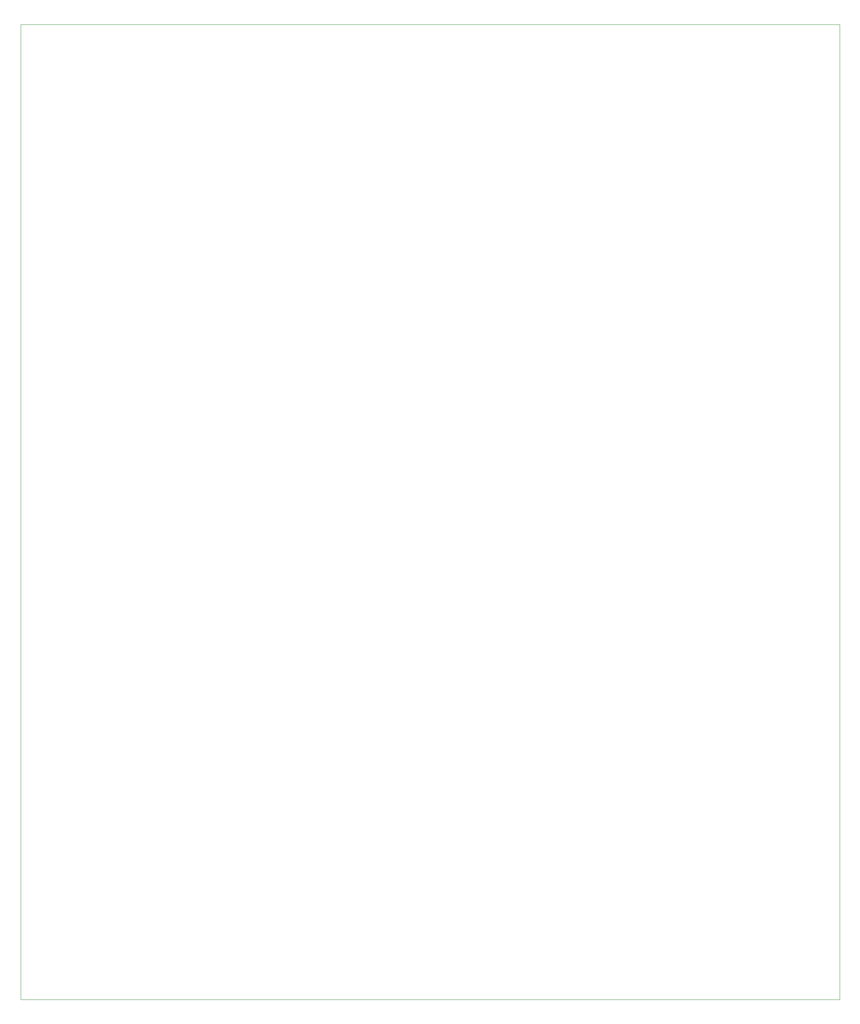
<source format=gbr>
G04 #@! TF.GenerationSoftware,KiCad,Pcbnew,(5.1.8)-1*
G04 #@! TF.CreationDate,2021-12-28T18:56:53-07:00*
G04 #@! TF.ProjectId,Multi,4d756c74-692e-46b6-9963-61645f706362,rev?*
G04 #@! TF.SameCoordinates,Original*
G04 #@! TF.FileFunction,Profile,NP*
%FSLAX46Y46*%
G04 Gerber Fmt 4.6, Leading zero omitted, Abs format (unit mm)*
G04 Created by KiCad (PCBNEW (5.1.8)-1) date 2021-12-28 18:56:53*
%MOMM*%
%LPD*%
G01*
G04 APERTURE LIST*
G04 #@! TA.AperFunction,Profile*
%ADD10C,0.050000*%
G04 #@! TD*
G04 APERTURE END LIST*
D10*
X143256000Y-237744000D02*
X-40894000Y-237744000D01*
X143256000Y-18542000D02*
X-40894000Y-18542000D01*
X-40894000Y-237744000D02*
X-40894000Y-18542000D01*
X143256000Y-237744000D02*
X143256000Y-18542000D01*
M02*

</source>
